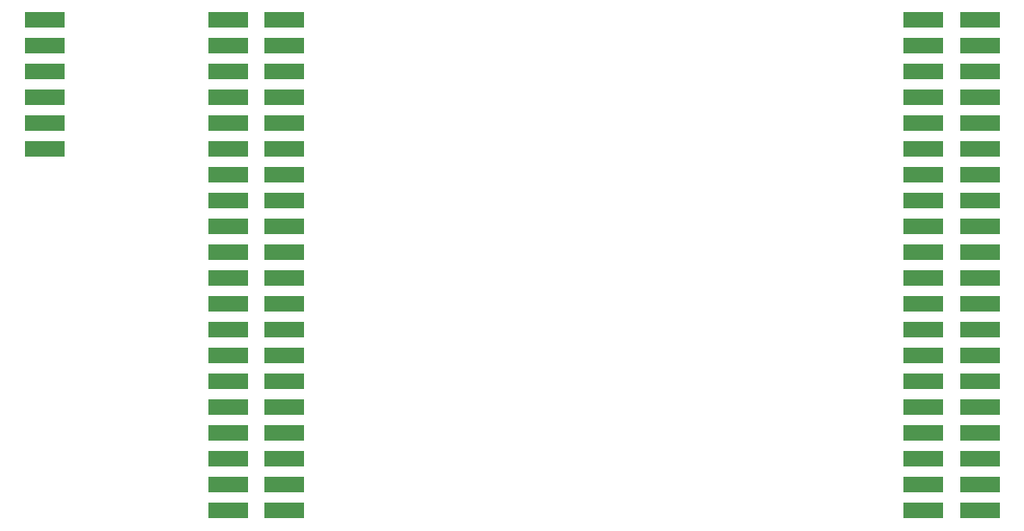
<source format=gbr>
G04 project-name*
%FSLAX35Y35*%
%MOMM*%
G04 c2.PA15(1)*
%LPD*%
%ADD10R,4X1.5*%
D10*
X-10868833Y19924999D02*
D03*

G04 c2.VDD_OK(2)*
%LPD*%
D10*
X-10868833Y19670999D02*
D03*

G04 c2.SWCLK(3)*
%LPD*%
D10*
X-10868833Y19416999D02*
D03*

G04 c2.GND(4)*
%LPD*%
D10*
X-10868833Y19162999D02*
D03*

G04 c2.SWDIO(5)*
%LPD*%
D10*
X-10868833Y18908999D02*
D03*

G04 c2.NRST(6)*
%LPD*%
D10*
X-10868833Y18654999D02*
D03*

G04 c1.PD15(40)*
%LPD*%
D10*
X-9065916Y19924999D02*
D03*

G04 c1.PC0(42)*
%LPD*%
D10*
X-9065916Y19670999D02*
D03*

G04 c1.PC2(44)*
%LPD*%
D10*
X-9065916Y19416999D02*
D03*

G04 c1.PA0(46)*
%LPD*%
D10*
X-9065916Y19162999D02*
D03*

G04 c1.PA2(48)*
%LPD*%
D10*
X-9065916Y18908999D02*
D03*

G04 c1.PA4(50)*
%LPD*%
D10*
X-9065916Y18654999D02*
D03*

G04 c1.PA6(52)*
%LPD*%
D10*
X-9065916Y18400999D02*
D03*

G04 c1.PC4(54)*
%LPD*%
D10*
X-9065916Y18146999D02*
D03*

G04 c1.PB0(56)*
%LPD*%
D10*
X-9065916Y17892999D02*
D03*

G04 c1.PB2(58)*
%LPD*%
D10*
X-9065916Y17638999D02*
D03*

G04 c1.PE8(60)*
%LPD*%
D10*
X-9065916Y17384999D02*
D03*

G04 c1.PE10(62)*
%LPD*%
D10*
X-9065916Y17130999D02*
D03*

G04 c1.PE12(64)*
%LPD*%
D10*
X-9065916Y16876999D02*
D03*

G04 c1.PE14(66)*
%LPD*%
D10*
X-9065916Y16622999D02*
D03*

G04 c1.PB10(68)*
%LPD*%
D10*
X-9065916Y16368999D02*
D03*

G04 c1.PB12(70)*
%LPD*%
D10*
X-9065916Y16114999D02*
D03*

G04 c1.PB14(72)*
%LPD*%
D10*
X-9065916Y15860999D02*
D03*

G04 c1.PD8(74)*
%LPD*%
D10*
X-9065916Y15606999D02*
D03*

G04 c1.PD10(76)*
%LPD*%
D10*
X-9065916Y15352999D02*
D03*

G04 c1.PD12(78)*
%LPD*%
D10*
X-9065916Y15098999D02*
D03*

G04 c1.NRST(41)*
%LPD*%
D10*
X-8511916Y19924999D02*
D03*

G04 c1.PC1(43)*
%LPD*%
D10*
X-8511916Y19670999D02*
D03*

G04 c1.PC3(45)*
%LPD*%
D10*
X-8511916Y19416999D02*
D03*

G04 c1.PA1(47)*
%LPD*%
D10*
X-8511916Y19162999D02*
D03*

G04 c1.PA3(49)*
%LPD*%
D10*
X-8511916Y18908999D02*
D03*

G04 c1.PA5(51)*
%LPD*%
D10*
X-8511916Y18654999D02*
D03*

G04 c1.PA7(53)*
%LPD*%
D10*
X-8511916Y18400999D02*
D03*

G04 c1.PC5(55)*
%LPD*%
D10*
X-8511916Y18146999D02*
D03*

G04 c1.PB1(57)*
%LPD*%
D10*
X-8511916Y17892999D02*
D03*

G04 c1.PE7(59)*
%LPD*%
D10*
X-8511916Y17638999D02*
D03*

G04 c1.PE9(61)*
%LPD*%
D10*
X-8511916Y17384999D02*
D03*

G04 c1.PE11(63)*
%LPD*%
D10*
X-8511916Y17130999D02*
D03*

G04 c1.PE13(65)*
%LPD*%
D10*
X-8511916Y16876999D02*
D03*

G04 c1.PE15(67)*
%LPD*%
D10*
X-8511916Y16622999D02*
D03*

G04 c1.PB11(69)*
%LPD*%
D10*
X-8511916Y16368999D02*
D03*

G04 c1.PB13(71)*
%LPD*%
D10*
X-8511916Y16114999D02*
D03*

G04 c1.PB15(73)*
%LPD*%
D10*
X-8511916Y15860999D02*
D03*

G04 c1.PD9(75)*
%LPD*%
D10*
X-8511916Y15606999D02*
D03*

G04 c1.PD11(77)*
%LPD*%
D10*
X-8511916Y15352999D02*
D03*

G04 c1.PD13(79)*
%LPD*%
D10*
X-8511916Y15098999D02*
D03*

G04 c1.PC15(1)*
%LPD*%
D10*
X-2230916Y19924999D02*
D03*

G04 c1.PC13(3)*
%LPD*%
D10*
X-2230916Y19670999D02*
D03*

G04 c1.PE5(5)*
%LPD*%
D10*
X-2230916Y19416999D02*
D03*

G04 c1.PE3(7)*
%LPD*%
D10*
X-2230916Y19162999D02*
D03*

G04 c1.PE1(9)*
%LPD*%
D10*
X-2230916Y18908999D02*
D03*

G04 c1.PB9(11)*
%LPD*%
D10*
X-2230916Y18654999D02*
D03*

G04 c1.PB7(13)*
%LPD*%
D10*
X-2230916Y18400999D02*
D03*

G04 c1.PB5(15)*
%LPD*%
D10*
X-2230916Y18146999D02*
D03*

G04 c1.PB3(17)*
%LPD*%
D10*
X-2230916Y17892999D02*
D03*

G04 c1.PD6(19)*
%LPD*%
D10*
X-2230916Y17638999D02*
D03*

G04 c1.PD4(21)*
%LPD*%
D10*
X-2230916Y17384999D02*
D03*

G04 c1.PD2(23)*
%LPD*%
D10*
X-2230916Y17130999D02*
D03*

G04 c1.PD0(25)*
%LPD*%
D10*
X-2230916Y16876999D02*
D03*

G04 c1.PC11(27)*
%LPD*%
D10*
X-2230916Y16622999D02*
D03*

G04 c1.VCC(29)*
%LPD*%
D10*
X-2230916Y16368999D02*
D03*

G04 c1.PA12(31)*
%LPD*%
D10*
X-2230916Y16114999D02*
D03*

G04 c1.PA10(33)*
%LPD*%
D10*
X-2230916Y15860999D02*
D03*

G04 c1.PA8(35)*
%LPD*%
D10*
X-2230916Y15606999D02*
D03*

G04 c1.PC8(37)*
%LPD*%
D10*
X-2230916Y15352999D02*
D03*

G04 c1.PC6(39)*
%LPD*%
D10*
X-2230916Y15098999D02*
D03*

G04 c1.PC14(2)*
%LPD*%
D10*
X-1676916Y19924999D02*
D03*

G04 c1.PE6(4)*
%LPD*%
D10*
X-1676916Y19670999D02*
D03*

G04 c1.PE4(6)*
%LPD*%
D10*
X-1676916Y19416999D02*
D03*

G04 c1.PE2(8)*
%LPD*%
D10*
X-1676916Y19162999D02*
D03*

G04 c1.PE0(10)*
%LPD*%
D10*
X-1676916Y18908999D02*
D03*

G04 c1.PB8(12)*
%LPD*%
D10*
X-1676916Y18654999D02*
D03*

G04 c1.PB6(14)*
%LPD*%
D10*
X-1676916Y18400999D02*
D03*

G04 c1.PB4(16)*
%LPD*%
D10*
X-1676916Y18146999D02*
D03*

G04 c1.PD7(18)*
%LPD*%
D10*
X-1676916Y17892999D02*
D03*

G04 c1.PD5(20)*
%LPD*%
D10*
X-1676916Y17638999D02*
D03*

G04 c1.PD3(22)*
%LPD*%
D10*
X-1676916Y17384999D02*
D03*

G04 c1.PD1(24)*
%LPD*%
D10*
X-1676916Y17130999D02*
D03*

G04 c1.PC12(26)*
%LPD*%
D10*
X-1676916Y16876999D02*
D03*

G04 c1.PC10(28)*
%LPD*%
D10*
X-1676916Y16622999D02*
D03*

G04 c1.GND(30)*
%LPD*%
D10*
X-1676916Y16368999D02*
D03*

G04 c1.PA11(32)*
%LPD*%
D10*
X-1676916Y16114999D02*
D03*

G04 c1.PA9(34)*
%LPD*%
D10*
X-1676916Y15860999D02*
D03*

G04 c1.PC9(36)*
%LPD*%
D10*
X-1676916Y15606999D02*
D03*

G04 c1.PC7(38)*
%LPD*%
D10*
X-1676916Y15352999D02*
D03*

G04 c1.PD15(40)*
%LPD*%
D10*
X-1676916Y15098999D02*
D03*

M02*
</source>
